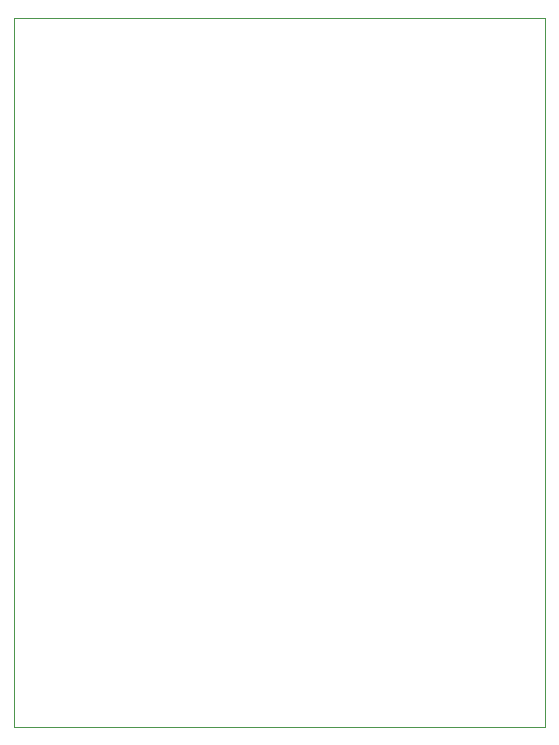
<source format=gbr>
G04 #@! TF.GenerationSoftware,KiCad,Pcbnew,(6.0.5)*
G04 #@! TF.CreationDate,2022-07-13T00:07:27+09:00*
G04 #@! TF.ProjectId,ORION_boost_v1,4f52494f-4e5f-4626-9f6f-73745f76312e,rev?*
G04 #@! TF.SameCoordinates,Original*
G04 #@! TF.FileFunction,Profile,NP*
%FSLAX46Y46*%
G04 Gerber Fmt 4.6, Leading zero omitted, Abs format (unit mm)*
G04 Created by KiCad (PCBNEW (6.0.5)) date 2022-07-13 00:07:27*
%MOMM*%
%LPD*%
G01*
G04 APERTURE LIST*
G04 #@! TA.AperFunction,Profile*
%ADD10C,0.100000*%
G04 #@! TD*
G04 APERTURE END LIST*
D10*
X85000000Y-95000000D02*
X40000000Y-95000000D01*
X85000000Y-35000000D02*
X85000000Y-95000000D01*
X40000000Y-35000000D02*
X85000000Y-35000000D01*
X40000000Y-95000000D02*
X40000000Y-35000000D01*
M02*

</source>
